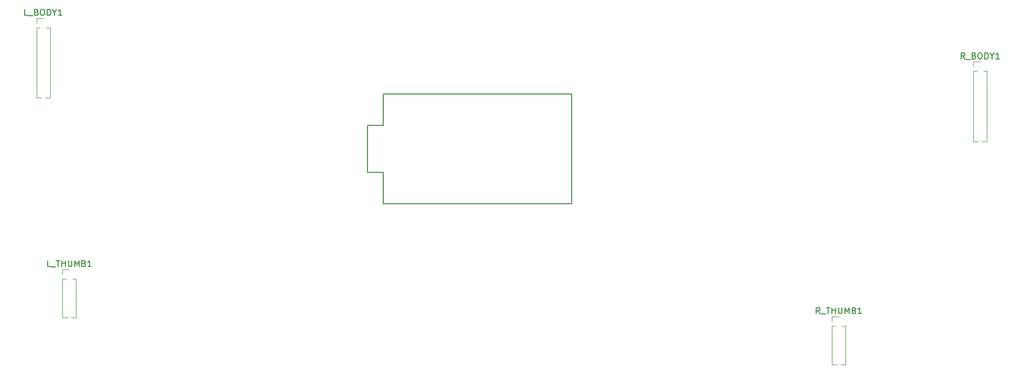
<source format=gbr>
%TF.GenerationSoftware,KiCad,Pcbnew,(6.0.6-0)*%
%TF.CreationDate,2022-07-12T12:34:36+02:00*%
%TF.ProjectId,btrfld,62747266-6c64-42e6-9b69-6361645f7063,rev?*%
%TF.SameCoordinates,Original*%
%TF.FileFunction,Legend,Top*%
%TF.FilePolarity,Positive*%
%FSLAX46Y46*%
G04 Gerber Fmt 4.6, Leading zero omitted, Abs format (unit mm)*
G04 Created by KiCad (PCBNEW (6.0.6-0)) date 2022-07-12 12:34:36*
%MOMM*%
%LPD*%
G01*
G04 APERTURE LIST*
%ADD10C,0.150000*%
%ADD11C,0.120000*%
G04 APERTURE END LIST*
D10*
%TO.C,R_THUMB1*%
X197612380Y-133377380D02*
X197279047Y-132901190D01*
X197040952Y-133377380D02*
X197040952Y-132377380D01*
X197421904Y-132377380D01*
X197517142Y-132425000D01*
X197564761Y-132472619D01*
X197612380Y-132567857D01*
X197612380Y-132710714D01*
X197564761Y-132805952D01*
X197517142Y-132853571D01*
X197421904Y-132901190D01*
X197040952Y-132901190D01*
X197802857Y-133472619D02*
X198564761Y-133472619D01*
X198660000Y-132377380D02*
X199231428Y-132377380D01*
X198945714Y-133377380D02*
X198945714Y-132377380D01*
X199564761Y-133377380D02*
X199564761Y-132377380D01*
X199564761Y-132853571D02*
X200136190Y-132853571D01*
X200136190Y-133377380D02*
X200136190Y-132377380D01*
X200612380Y-132377380D02*
X200612380Y-133186904D01*
X200660000Y-133282142D01*
X200707619Y-133329761D01*
X200802857Y-133377380D01*
X200993333Y-133377380D01*
X201088571Y-133329761D01*
X201136190Y-133282142D01*
X201183809Y-133186904D01*
X201183809Y-132377380D01*
X201660000Y-133377380D02*
X201660000Y-132377380D01*
X201993333Y-133091666D01*
X202326666Y-132377380D01*
X202326666Y-133377380D01*
X203136190Y-132853571D02*
X203279047Y-132901190D01*
X203326666Y-132948809D01*
X203374285Y-133044047D01*
X203374285Y-133186904D01*
X203326666Y-133282142D01*
X203279047Y-133329761D01*
X203183809Y-133377380D01*
X202802857Y-133377380D01*
X202802857Y-132377380D01*
X203136190Y-132377380D01*
X203231428Y-132425000D01*
X203279047Y-132472619D01*
X203326666Y-132567857D01*
X203326666Y-132663095D01*
X203279047Y-132758333D01*
X203231428Y-132805952D01*
X203136190Y-132853571D01*
X202802857Y-132853571D01*
X204326666Y-133377380D02*
X203755238Y-133377380D01*
X204040952Y-133377380D02*
X204040952Y-132377380D01*
X203945714Y-132520238D01*
X203850476Y-132615476D01*
X203755238Y-132663095D01*
%TO.C,R_BODY1*%
X221020000Y-92092380D02*
X220686666Y-91616190D01*
X220448571Y-92092380D02*
X220448571Y-91092380D01*
X220829523Y-91092380D01*
X220924761Y-91140000D01*
X220972380Y-91187619D01*
X221020000Y-91282857D01*
X221020000Y-91425714D01*
X220972380Y-91520952D01*
X220924761Y-91568571D01*
X220829523Y-91616190D01*
X220448571Y-91616190D01*
X221210476Y-92187619D02*
X221972380Y-92187619D01*
X222543809Y-91568571D02*
X222686666Y-91616190D01*
X222734285Y-91663809D01*
X222781904Y-91759047D01*
X222781904Y-91901904D01*
X222734285Y-91997142D01*
X222686666Y-92044761D01*
X222591428Y-92092380D01*
X222210476Y-92092380D01*
X222210476Y-91092380D01*
X222543809Y-91092380D01*
X222639047Y-91140000D01*
X222686666Y-91187619D01*
X222734285Y-91282857D01*
X222734285Y-91378095D01*
X222686666Y-91473333D01*
X222639047Y-91520952D01*
X222543809Y-91568571D01*
X222210476Y-91568571D01*
X223400952Y-91092380D02*
X223591428Y-91092380D01*
X223686666Y-91140000D01*
X223781904Y-91235238D01*
X223829523Y-91425714D01*
X223829523Y-91759047D01*
X223781904Y-91949523D01*
X223686666Y-92044761D01*
X223591428Y-92092380D01*
X223400952Y-92092380D01*
X223305714Y-92044761D01*
X223210476Y-91949523D01*
X223162857Y-91759047D01*
X223162857Y-91425714D01*
X223210476Y-91235238D01*
X223305714Y-91140000D01*
X223400952Y-91092380D01*
X224258095Y-92092380D02*
X224258095Y-91092380D01*
X224496190Y-91092380D01*
X224639047Y-91140000D01*
X224734285Y-91235238D01*
X224781904Y-91330476D01*
X224829523Y-91520952D01*
X224829523Y-91663809D01*
X224781904Y-91854285D01*
X224734285Y-91949523D01*
X224639047Y-92044761D01*
X224496190Y-92092380D01*
X224258095Y-92092380D01*
X225448571Y-91616190D02*
X225448571Y-92092380D01*
X225115238Y-91092380D02*
X225448571Y-91616190D01*
X225781904Y-91092380D01*
X226639047Y-92092380D02*
X226067619Y-92092380D01*
X226353333Y-92092380D02*
X226353333Y-91092380D01*
X226258095Y-91235238D01*
X226162857Y-91330476D01*
X226067619Y-91378095D01*
%TO.C,L_THUMB1*%
X73152380Y-125757380D02*
X72676190Y-125757380D01*
X72676190Y-124757380D01*
X73247619Y-125852619D02*
X74009523Y-125852619D01*
X74104761Y-124757380D02*
X74676190Y-124757380D01*
X74390476Y-125757380D02*
X74390476Y-124757380D01*
X75009523Y-125757380D02*
X75009523Y-124757380D01*
X75009523Y-125233571D02*
X75580952Y-125233571D01*
X75580952Y-125757380D02*
X75580952Y-124757380D01*
X76057142Y-124757380D02*
X76057142Y-125566904D01*
X76104761Y-125662142D01*
X76152380Y-125709761D01*
X76247619Y-125757380D01*
X76438095Y-125757380D01*
X76533333Y-125709761D01*
X76580952Y-125662142D01*
X76628571Y-125566904D01*
X76628571Y-124757380D01*
X77104761Y-125757380D02*
X77104761Y-124757380D01*
X77438095Y-125471666D01*
X77771428Y-124757380D01*
X77771428Y-125757380D01*
X78580952Y-125233571D02*
X78723809Y-125281190D01*
X78771428Y-125328809D01*
X78819047Y-125424047D01*
X78819047Y-125566904D01*
X78771428Y-125662142D01*
X78723809Y-125709761D01*
X78628571Y-125757380D01*
X78247619Y-125757380D01*
X78247619Y-124757380D01*
X78580952Y-124757380D01*
X78676190Y-124805000D01*
X78723809Y-124852619D01*
X78771428Y-124947857D01*
X78771428Y-125043095D01*
X78723809Y-125138333D01*
X78676190Y-125185952D01*
X78580952Y-125233571D01*
X78247619Y-125233571D01*
X79771428Y-125757380D02*
X79200000Y-125757380D01*
X79485714Y-125757380D02*
X79485714Y-124757380D01*
X79390476Y-124900238D01*
X79295238Y-124995476D01*
X79200000Y-125043095D01*
%TO.C,L_BODY1*%
X69500000Y-85032380D02*
X69023809Y-85032380D01*
X69023809Y-84032380D01*
X69595238Y-85127619D02*
X70357142Y-85127619D01*
X70928571Y-84508571D02*
X71071428Y-84556190D01*
X71119047Y-84603809D01*
X71166666Y-84699047D01*
X71166666Y-84841904D01*
X71119047Y-84937142D01*
X71071428Y-84984761D01*
X70976190Y-85032380D01*
X70595238Y-85032380D01*
X70595238Y-84032380D01*
X70928571Y-84032380D01*
X71023809Y-84080000D01*
X71071428Y-84127619D01*
X71119047Y-84222857D01*
X71119047Y-84318095D01*
X71071428Y-84413333D01*
X71023809Y-84460952D01*
X70928571Y-84508571D01*
X70595238Y-84508571D01*
X71785714Y-84032380D02*
X71976190Y-84032380D01*
X72071428Y-84080000D01*
X72166666Y-84175238D01*
X72214285Y-84365714D01*
X72214285Y-84699047D01*
X72166666Y-84889523D01*
X72071428Y-84984761D01*
X71976190Y-85032380D01*
X71785714Y-85032380D01*
X71690476Y-84984761D01*
X71595238Y-84889523D01*
X71547619Y-84699047D01*
X71547619Y-84365714D01*
X71595238Y-84175238D01*
X71690476Y-84080000D01*
X71785714Y-84032380D01*
X72642857Y-85032380D02*
X72642857Y-84032380D01*
X72880952Y-84032380D01*
X73023809Y-84080000D01*
X73119047Y-84175238D01*
X73166666Y-84270476D01*
X73214285Y-84460952D01*
X73214285Y-84603809D01*
X73166666Y-84794285D01*
X73119047Y-84889523D01*
X73023809Y-84984761D01*
X72880952Y-85032380D01*
X72642857Y-85032380D01*
X73833333Y-84556190D02*
X73833333Y-85032380D01*
X73500000Y-84032380D02*
X73833333Y-84556190D01*
X74166666Y-84032380D01*
X75023809Y-85032380D02*
X74452380Y-85032380D01*
X74738095Y-85032380D02*
X74738095Y-84032380D01*
X74642857Y-84175238D01*
X74547619Y-84270476D01*
X74452380Y-84318095D01*
%TO.C,PRO_MICRO1*%
X127000000Y-115570000D02*
X157480000Y-115570000D01*
X127000000Y-115570000D02*
X127000000Y-110490000D01*
X127000000Y-110490000D02*
X124460000Y-110490000D01*
X124460000Y-110490000D02*
X124460000Y-102870000D01*
X124460000Y-102870000D02*
X127000000Y-102870000D01*
X127000000Y-102870000D02*
X127000000Y-97790000D01*
X127000000Y-97790000D02*
X157480000Y-97790000D01*
X157480000Y-97790000D02*
X157480000Y-115570000D01*
D11*
%TO.C,R_THUMB1*%
X199550000Y-133860000D02*
X200660000Y-133860000D01*
X201770000Y-135380000D02*
X201770000Y-141665000D01*
X200967530Y-141665000D02*
X201770000Y-141665000D01*
X199550000Y-135380000D02*
X199550000Y-141665000D01*
X199550000Y-141665000D02*
X200352470Y-141665000D01*
X199550000Y-134620000D02*
X199550000Y-133860000D01*
X199550000Y-135380000D02*
X200096529Y-135380000D01*
X201223471Y-135380000D02*
X201770000Y-135380000D01*
%TO.C,R_BODY1*%
X222410000Y-94095000D02*
X222956529Y-94095000D01*
X224630000Y-94095000D02*
X224630000Y-105460000D01*
X224083471Y-94095000D02*
X224630000Y-94095000D01*
X222410000Y-92575000D02*
X223520000Y-92575000D01*
X222410000Y-105460000D02*
X223212470Y-105460000D01*
X222410000Y-94095000D02*
X222410000Y-105460000D01*
X223827530Y-105460000D02*
X224630000Y-105460000D01*
X222410000Y-93335000D02*
X222410000Y-92575000D01*
%TO.C,L_THUMB1*%
X75090000Y-126240000D02*
X76200000Y-126240000D01*
X77310000Y-127760000D02*
X77310000Y-134045000D01*
X76507530Y-134045000D02*
X77310000Y-134045000D01*
X75090000Y-127760000D02*
X75090000Y-134045000D01*
X75090000Y-134045000D02*
X75892470Y-134045000D01*
X75090000Y-127000000D02*
X75090000Y-126240000D01*
X75090000Y-127760000D02*
X75636529Y-127760000D01*
X76763471Y-127760000D02*
X77310000Y-127760000D01*
%TO.C,L_BODY1*%
X70890000Y-87035000D02*
X71436529Y-87035000D01*
X73110000Y-87035000D02*
X73110000Y-98400000D01*
X72563471Y-87035000D02*
X73110000Y-87035000D01*
X70890000Y-85515000D02*
X72000000Y-85515000D01*
X70890000Y-98400000D02*
X71692470Y-98400000D01*
X70890000Y-87035000D02*
X70890000Y-98400000D01*
X72307530Y-98400000D02*
X73110000Y-98400000D01*
X70890000Y-86275000D02*
X70890000Y-85515000D01*
%TD*%
M02*

</source>
